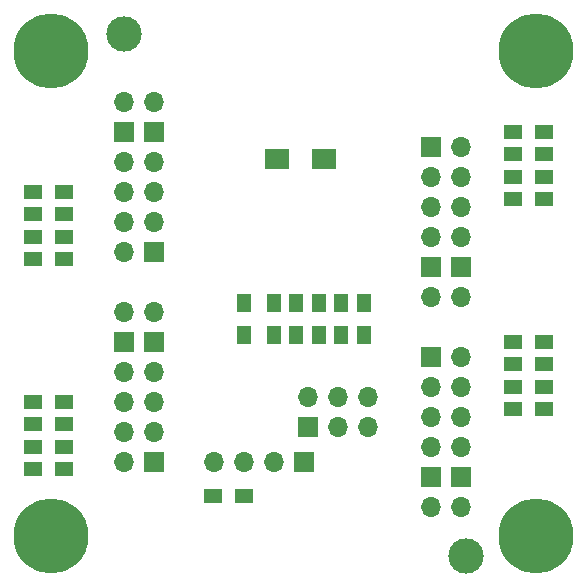
<source format=gbr>
%TF.GenerationSoftware,KiCad,Pcbnew,(5.1.10)-1*%
%TF.CreationDate,2022-04-03T09:04:15-04:00*%
%TF.ProjectId,I2C-RPT-08,4932432d-5250-4542-9d30-382e6b696361,2*%
%TF.SameCoordinates,Original*%
%TF.FileFunction,Soldermask,Bot*%
%TF.FilePolarity,Negative*%
%FSLAX46Y46*%
G04 Gerber Fmt 4.6, Leading zero omitted, Abs format (unit mm)*
G04 Created by KiCad (PCBNEW (5.1.10)-1) date 2022-04-03 09:04:15*
%MOMM*%
%LPD*%
G01*
G04 APERTURE LIST*
%ADD10C,3.000000*%
%ADD11R,1.500000X1.300000*%
%ADD12R,1.300000X1.500000*%
%ADD13C,6.350000*%
%ADD14R,2.000000X1.700000*%
%ADD15R,1.700000X1.700000*%
%ADD16O,1.700000X1.700000*%
G04 APERTURE END LIST*
D10*
%TO.C,FID1*%
X194056000Y-126746000D03*
%TD*%
%TO.C,FID2*%
X165100000Y-82550000D03*
%TD*%
D11*
%TO.C,R12*%
X198040000Y-90805000D03*
X200740000Y-90805000D03*
%TD*%
%TO.C,R15*%
X198040000Y-96520000D03*
X200740000Y-96520000D03*
%TD*%
%TO.C,R13*%
X198040000Y-92710000D03*
X200740000Y-92710000D03*
%TD*%
%TO.C,R6*%
X160100000Y-99695000D03*
X157400000Y-99695000D03*
%TD*%
%TO.C,R4*%
X160100000Y-95885000D03*
X157400000Y-95885000D03*
%TD*%
%TO.C,R16*%
X198040000Y-108585000D03*
X200740000Y-108585000D03*
%TD*%
%TO.C,R19*%
X198040000Y-114300000D03*
X200740000Y-114300000D03*
%TD*%
%TO.C,R11*%
X160100000Y-119380000D03*
X157400000Y-119380000D03*
%TD*%
%TO.C,R14*%
X198040000Y-94615000D03*
X200740000Y-94615000D03*
%TD*%
D12*
%TO.C,R3*%
X177800000Y-105330000D03*
X177800000Y-108030000D03*
%TD*%
D11*
%TO.C,R18*%
X198040000Y-112395000D03*
X200740000Y-112395000D03*
%TD*%
%TO.C,R5*%
X160100000Y-97790000D03*
X157400000Y-97790000D03*
%TD*%
D13*
%TO.C,MTG1*%
X159000000Y-84000000D03*
%TD*%
%TO.C,MTG3*%
X200000000Y-84000000D03*
%TD*%
%TO.C,MTG2*%
X159000000Y-125000000D03*
%TD*%
%TO.C,MTG4*%
X200000000Y-125000000D03*
%TD*%
D11*
%TO.C,R7*%
X160100000Y-101600000D03*
X157400000Y-101600000D03*
%TD*%
D12*
%TO.C,R2*%
X179705000Y-105330000D03*
X179705000Y-108030000D03*
%TD*%
D11*
%TO.C,R17*%
X198040000Y-110490000D03*
X200740000Y-110490000D03*
%TD*%
%TO.C,C1*%
X175340000Y-121666000D03*
X172640000Y-121666000D03*
%TD*%
D14*
%TO.C,C2*%
X178086000Y-93091000D03*
X182086000Y-93091000D03*
%TD*%
D11*
%TO.C,R8*%
X160100000Y-113665000D03*
X157400000Y-113665000D03*
%TD*%
%TO.C,R10*%
X160100000Y-117475000D03*
X157400000Y-117475000D03*
%TD*%
%TO.C,R9*%
X160100000Y-115570000D03*
X157400000Y-115570000D03*
%TD*%
D12*
%TO.C,R1*%
X181610000Y-105330000D03*
X181610000Y-108030000D03*
%TD*%
D15*
%TO.C,J1*%
X180340000Y-118745000D03*
D16*
X177800000Y-118745000D03*
X175260000Y-118745000D03*
X172720000Y-118745000D03*
%TD*%
D15*
%TO.C,J2*%
X191135000Y-109855000D03*
D16*
X193675000Y-109855000D03*
X191135000Y-112395000D03*
X193675000Y-112395000D03*
X191135000Y-114935000D03*
X193675000Y-114935000D03*
X191135000Y-117475000D03*
X193675000Y-117475000D03*
%TD*%
D15*
%TO.C,J3*%
X191135000Y-92075000D03*
D16*
X193675000Y-92075000D03*
X191135000Y-94615000D03*
X193675000Y-94615000D03*
X191135000Y-97155000D03*
X193675000Y-97155000D03*
X191135000Y-99695000D03*
X193675000Y-99695000D03*
%TD*%
D15*
%TO.C,J4*%
X167640000Y-100965000D03*
D16*
X165100000Y-100965000D03*
X167640000Y-98425000D03*
X165100000Y-98425000D03*
X167640000Y-95885000D03*
X165100000Y-95885000D03*
X167640000Y-93345000D03*
X165100000Y-93345000D03*
%TD*%
D15*
%TO.C,J5*%
X167640000Y-118745000D03*
D16*
X165100000Y-118745000D03*
X167640000Y-116205000D03*
X165100000Y-116205000D03*
X167640000Y-113665000D03*
X165100000Y-113665000D03*
X167640000Y-111125000D03*
X165100000Y-111125000D03*
%TD*%
D15*
%TO.C,H1*%
X191135000Y-120015000D03*
D16*
X191135000Y-122555000D03*
%TD*%
D15*
%TO.C,H2*%
X193675000Y-120015000D03*
D16*
X193675000Y-122555000D03*
%TD*%
D15*
%TO.C,H3*%
X191135000Y-102235000D03*
D16*
X191135000Y-104775000D03*
%TD*%
D15*
%TO.C,H4*%
X193675000Y-102235000D03*
D16*
X193675000Y-104775000D03*
%TD*%
D15*
%TO.C,H5*%
X167640000Y-90805000D03*
D16*
X167640000Y-88265000D03*
%TD*%
D15*
%TO.C,H6*%
X165100000Y-90805000D03*
D16*
X165100000Y-88265000D03*
%TD*%
D15*
%TO.C,H7*%
X167640000Y-108585000D03*
D16*
X167640000Y-106045000D03*
%TD*%
D15*
%TO.C,H8*%
X165100000Y-108585000D03*
D16*
X165100000Y-106045000D03*
%TD*%
D12*
%TO.C,R20*%
X185420000Y-105330000D03*
X185420000Y-108030000D03*
%TD*%
%TO.C,R21*%
X183515000Y-105330000D03*
X183515000Y-108030000D03*
%TD*%
%TO.C,R22*%
X175260000Y-105330000D03*
X175260000Y-108030000D03*
%TD*%
D15*
%TO.C,H9*%
X180721000Y-115824000D03*
D16*
X180721000Y-113284000D03*
X183261000Y-115824000D03*
X183261000Y-113284000D03*
X185801000Y-115824000D03*
X185801000Y-113284000D03*
%TD*%
M02*

</source>
